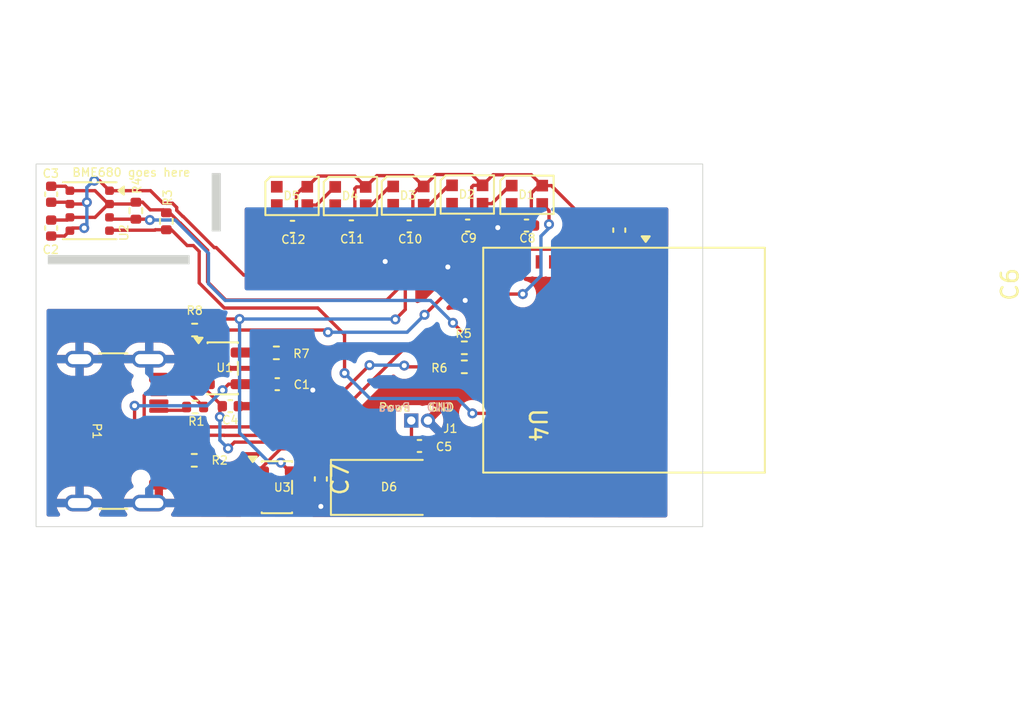
<source format=kicad_pcb>
(kicad_pcb (version 20241229) (generator "pcbnew") (generator_version "9.0")
  (layers (0 "F.Cu" signal) (2 "B.Cu" signal) (13 "F.Paste" user) (15 "B.Paste" user) (5 "F.SilkS" user "F.Silkscreen") (7 "B.SilkS" user "B.Silkscreen") (1 "F.Mask" user) (3 "B.Mask" user) (25 "Edge.Cuts" user))
  (net 0 "")
  (net 1 "/BAT+")
  (net 2 "GND")
  (net 3 "+3V3")
  (net 4 "/SCL-BME680")
  (net 5 "/SDA-BME680")
  (net 6 "/STAT")
  (net 7 "+5V")
  (net 8 "/D-")
  (net 9 "Net-(P1-D-)")
  (net 10 "/D+")
  (net 11 "Net-(P1-D+)")
  (net 12 "Net-(P1-CC)")
  (net 13 "Net-(P1-VCONN)")
  (net 14 "Net-(D1-DOUT)")
  (net 15 "/LED")
  (net 16 "Net-(D2-DOUT)")
  (net 17 "Net-(D3-DOUT)")
  (net 18 "Net-(D4-DOUT)")
  (net 20 "Net-(D6-K)")
  (net 21 "Net-(U1-PROG)")
  (net 46 "/EN")
  (footprint "Capacitor_SMD:C_0402_1005Metric" (layer "F.Cu") (at 157.6096 82.931)
    (property "Reference" "C4")
    (property "Value" "4.7u")
  )
  (footprint "Capacitor_SMD:C_0402_1005Metric" (layer "F.Cu") (at 160.429 81.6102)
    (property "Reference" "C1")
    (property "Value" "4.7u")
  )
  (footprint "Capacitor_SMD:C_0402_1005Metric" (layer "F.Cu") (at 180.9496 72.362 90)
    (property "Reference" "C6")
    (property "Value" "10u")
  )
  (footprint "Resistor_SMD:R_0402_1005Metric" (layer "F.Cu") (at 155.448 86.1822)
    (property "Reference" "R2")
    (property "Value" "5.1k")
  )
  (footprint "LED_SMD:LED_WS2812B-2020_PLCC4_2.0x2.0mm" (layer "F.Cu") (at 175.4112 70.2388)
    (property "Reference" "D1")
    (property "Value" "WS2812B-2020")
  )
  (footprint "Resistor_SMD:R_0402_1005Metric" (layer "F.Cu") (at 155.4714 78.359)
    (property "Reference" "R8")
    (property "Value" "10k")
  )
  (footprint "LED_SMD:LED_WS2812B-2020_PLCC4_2.0x2.0mm" (layer "F.Cu") (at 171.8304 70.2222)
    (property "Reference" "D2")
    (property "Value" "WS2812B-2020")
  )
  (footprint "Capacitor_SMD:C_0402_1005Metric" (layer "F.Cu") (at 171.8538 72.0852 180)
    (property "Reference" "C9")
    (property "Value" "100nf")
  )
  (footprint "Resistor_SMD:R_0402_1005Metric" (layer "F.Cu") (at 151.9428 71.1942 90)
    (property "Reference" "R4")
    (property "Value" "4.7k")
  )
  (footprint "Diode_SMD:D_SMA" (layer "F.Cu") (at 167.1574 87.8078)
    (property "Reference" "D6")
    (property "Value" "SS14")
  )
  (footprint "Connector_USB:USB_C_Receptacle_GCT_USB4105-xx-A_16P_TopMnt_Horizontal" (layer "F.Cu") (at 149.6396 84.4276 -90)
    (property "Reference" "P1")
    (property "Value" "USB_C_Plug_USB2.0")
  )
  (footprint "Resistor_SMD:R_0402_1005Metric" (layer "F.Cu") (at 153.7716 71.8292 90)
    (property "Reference" "R3")
    (property "Value" "4.7k")
  )
  (footprint "Package_TO_SOT_SMD:SOT-23-5" (layer "F.Cu") (at 160.4065 87.7976)
    (property "Reference" "U3")
    (property "Value" "AP2112K-3.3")
  )
  (footprint "Package_TO_SOT_SMD:SOT-23-5" (layer "F.Cu") (at 157.1553 80.6602)
    (property "Reference" "U1")
    (property "Value" "MCP73831-2-OT")
  )
  (footprint "Resistor_SMD:R_0402_1005Metric" (layer "F.Cu") (at 155.4988 82.9818)
    (property "Reference" "R1")
    (property "Value" "5.1k")
  )
  (footprint "RF_Module:ESP32-C6-MINI-1" (layer "F.Cu") (at 178.5355 80.1678 -90)
    (property "Reference" "U4")
    (property "Value" "ESP32-C6-MINI-1")
  )
  (footprint "Resistor_SMD:R_0402_1005Metric" (layer "F.Cu") (at 171.6532 79.4258)
    (property "Reference" "R5")
    (property "Value" "22")
  )
  (footprint "LED_SMD:LED_WS2812B-2020_PLCC4_2.0x2.0mm" (layer "F.Cu") (at 164.8194 70.315)
    (property "Reference" "D4")
    (property "Value" "WS2812B-2020")
  )
  (footprint "Capacitor_SMD:C_0402_1005Metric" (layer "F.Cu") (at 175.3844 72.0852 180)
    (property "Reference" "C8")
    (property "Value" "100nf")
  )
  (footprint "LED_SMD:LED_WS2812B-2020_PLCC4_2.0x2.0mm" (layer "F.Cu") (at 168.2992 70.2896)
    (property "Reference" "D3")
    (property "Value" "WS2812B-2020")
  )
  (footprint "Resistor_SMD:R_0402_1005Metric" (layer "F.Cu") (at 160.3736 79.7306 180)
    (property "Reference" "R7")
    (property "Value" "2.4k")
  )
  (footprint "Capacitor_SMD:C_0402_1005Metric" (layer "F.Cu") (at 168.3512 72.136 180)
    (property "Reference" "C10")
    (property "Value" "100nf")
  )
  (footprint "LED_SMD:LED_WS2812B-2020_PLCC4_2.0x2.0mm" (layer "F.Cu") (at 161.3142 70.3072)
    (property "Reference" "D5")
    (property "Value" "WS2812B-2020")
  )
  (footprint "Connector_PinHeader_1.00mm:PinHeader_2x01_P1.00mm_Vertical" (layer "F.Cu") (at 168.4688 83.7946)
    (property "Reference" "J1")
    (property "Value" "Conn_01x02_Pin")
  )
  (footprint "Package_LGA:Bosch_LGA-8_3x3mm_P0.8mm_ClockwisePinNumbering" (layer "F.Cu") (at 149.1742 71.1942 -90)
    (property "Reference" "U2")
    (property "Value" "BME680")
  )
  (footprint "Capacitor_SMD:C_0402_1005Metric" (layer "F.Cu") (at 168.9608 85.3214)
    (property "Reference" "C5")
    (property "Value" "10uf")
  )
  (footprint "Resistor_SMD:R_0402_1005Metric" (layer "F.Cu") (at 171.6532 80.5688)
    (property "Reference" "R6")
    (property "Value" "22")
  )
  (footprint "Capacitor_SMD:C_0402_1005Metric" (layer "F.Cu") (at 163.0426 87.3024 -90)
    (property "Reference" "C7")
    (property "Value" "100n")
  )
  (footprint "Capacitor_SMD:C_0402_1005Metric" (layer "F.Cu") (at 164.8714 72.136 180)
    (property "Reference" "C11")
    (property "Value" "100nf")
  )
  (footprint "Capacitor_SMD:C_0402_1005Metric" (layer "F.Cu") (at 161.3408 72.1614 180)
    (property "Reference" "C12")
    (property "Value" "100nf")
  )
  (footprint "Capacitor_SMD:C_0402_1005Metric" (layer "F.Cu") (at 146.8628 72.2376 -90)
    (property "Reference" "C2")
    (property "Value" "100nf")
  )
  (footprint "Capacitor_SMD:C_0402_1005Metric" (layer "F.Cu") (at 146.8628 70.2056 -90)
    (property "Reference" "C3")
    (property "Value" "100nf")
  )
  (gr_rect (start 156.5188 68.959) (end 157.0188 72.4134) (stroke (width 0.05)) (fill yes) (layer "Edge.Cuts"))
  (gr_rect (start 146.685 73.8866) (end 155.1432 74.3866) (stroke (width 0.05)) (fill yes) (layer "Edge.Cuts"))
  (gr_rect (start 145.9563 68.3898) (end 185.9563 90.1678) (stroke (width 0.05)) (fill no) (layer "Edge.Cuts"))
  (gr_text "BME680 goes here" (at 148.082 69.1896 0) (layer "F.SilkS") (effects (font (size 0.5 0.5) (thickness 0.08)) (justify left bottom)))
  (segment (start 168.4808 83.8066) (end 168.4688 83.7946) (width 0.2) (layer "F.Cu") (net 1))
  (segment (start 166.9702 85.3214) (end 166.8206 85.471) (width 0.2) (layer "F.Cu") (net 1))
  (segment (start 156.9842 83.0764) (end 157.1296 82.931) (width 0.2) (layer "F.Cu") (net 1))
  (segment (start 157.861 85.09) (end 157.48 85.471) (width 0.2) (layer "F.Cu") (net 1))
  (segment (start 166.8206 85.471) (end 166.4396 85.09) (width 0.2) (layer "F.Cu") (net 1))
  (segment (start 156.0178 81.8192) (end 157.1296 82.931) (width 0.2) (layer "F.Cu") (net 1))
  (segment (start 166.4396 85.09) (end 157.861 85.09) (width 0.2) (layer "F.Cu") (net 1))
  (segment (start 168.4808 85.3214) (end 166.9702 85.3214) (width 0.2) (layer "F.Cu") (net 1))
  (segment (start 156.0178 81.6102) (end 156.0178 81.8192) (width 0.2) (layer "F.Cu") (net 1))
  (segment (start 156.9842 83.5776) (end 156.9842 83.0764) (width 0.2) (layer "F.Cu") (net 1))
  (segment (start 169.1574 87.8078) (end 166.8206 85.471) (width 0.2) (layer "F.Cu") (net 1))
  (segment (start 168.4808 85.3214) (end 168.4808 83.8066) (width 0.2) (layer "F.Cu") (net 1))
  (via (at 157.48 85.471) (size 0.6) (drill 0.3) (layers "F.Cu" "B.Cu") (net 1))
  (via (at 156.9842 83.5776) (size 0.6) (drill 0.3) (layers "F.Cu" "B.Cu") (net 1))
  (segment (start 157.48 85.471) (end 156.9842 84.9752) (width 0.2) (layer "B.Cu") (net 1))
  (segment (start 156.9842 84.9752) (end 156.9842 83.5776) (width 0.2) (layer "B.Cu") (net 1))
  (segment (start 147.8781 70.6856) (end 147.9867 70.7942) (width 0.2) (layer "F.Cu") (net 2))
  (segment (start 174.9044 72.0852) (end 174.9044 71.197) (width 0.2) (layer "F.Cu") (net 2))
  (segment (start 147.9867 72.3942) (end 147.918282 72.3942) (width 0.2) (layer "F.Cu") (net 2))
  (segment (start 147.6653 72.7156) (end 147.9867 72.3942) (width 0.2) (layer "F.Cu") (net 2))
  (segment (start 154.777942 71.5372) (end 156.647421 73.406679) (width 0.2) (layer "F.Cu") (net 2))
  (segment (start 154.3926 71.1719) (end 154.7579 71.5372) (width 0.2) (layer "F.Cu") (net 2))
  (segment (start 163.9044 71.649) (end 164.3914 72.136) (width 0.2) (layer "F.Cu") (net 2))
  (segment (start 156.647421 73.406679) (end 156.763737 73.406679) (width 0.2) (layer "F.Cu") (net 2))
  (segment (start 146.7612 72.7156) (end 147.6653 72.7156) (width 0.2) (layer "F.Cu") (net 2))
  (segment (start 153.5718 70.7424) (end 153.7619 70.7424) (width 0.2) (layer "F.Cu") (net 2))
  (segment (start 160.3992 71.6998) (end 160.8608 72.1614) (width 0.2) (layer "F.Cu") (net 2))
  (segment (start 153.7677 70.7482) (end 154.14094 70.7482) (width 0.2) (layer "F.Cu") (net 2))
  (segment (start 152.8236 69.9942) (end 153.5718 70.7424) (width 0.2) (layer "F.Cu") (net 2))
  (segment (start 154.14094 70.7482) (end 154.3926 70.99986) (width 0.2) (layer "F.Cu") (net 2))
  (segment (start 147.9867 70.7942) (end 148.9009 70.7942) (width 0.2) (layer "F.Cu") (net 2))
  (segment (start 174.5355 74.2678) (end 173.6355 74.2678) (width 0.2) (layer "F.Cu") (net 2))
  (segment (start 174.9044 71.197) (end 174.4962 70.7888) (width 0.2) (layer "F.Cu") (net 2))
  (segment (start 148.844 72.2356) (end 148.1453 72.2356) (width 0.2) (layer "F.Cu") (net 2))
  (segment (start 171.3738 72.0852) (end 171.3738 71.2306) (width 0.2) (layer "F.Cu") (net 2))
  (segment (start 150.3617 69.9942) (end 152.8236 69.9942) (width 0.2) (layer "F.Cu") (net 2))
  (segment (start 149.4536 69.3942) (end 149.7617 69.3942) (width 0.2) (layer "F.Cu") (net 2))
  (segment (start 173.6355 74.2678) (end 173.5855 74.2178) (width 0.2) (layer "F.Cu") (net 2))
  (segment (start 153.7619 70.7424) (end 153.7677 70.7482) (width 0.2) (layer "F.Cu") (net 2))
  (segment (start 149.7617 69.3942) (end 150.3617 69.9942) (width 0.2) (layer "F.Cu") (net 2))
  (segment (start 173.6355 76.9678) (end 172.3956 76.9678) (width 0.2) (layer "F.Cu") (net 2))
  (segment (start 156.763737 73.406679) (end 158.414058 75.057) (width 0.2) (layer "F.Cu") (net 2))
  (segment (start 172.3956 76.9678) (end 172.3898 76.962) (width 0.2) (layer "F.Cu") (net 2))
  (segment (start 148.9009 70.7942) (end 149.0027 70.6924) (width 0.2) (layer "F.Cu") (net 2))
  (segment (start 154.5844 81.5574) (end 154.5844 81.026) (width 0.2) (layer "F.Cu") (net 2))
  (segment (start 163.9044 70.865) (end 163.9044 71.649) (width 0.2) (layer "F.Cu") (net 2))
  (segment (start 156.0088 82.9818) (end 154.5844 81.5574) (width 0.2) (layer "F.Cu") (net 2))
  (segment (start 167.8712 72.136) (end 167.8712 71.3266) (width 0.2) (layer "F.Cu") (net 2))
  (segment (start 154.7579 71.5372) (end 154.777942 71.5372) (width 0.2) (layer "F.Cu") (net 2))
  (segment (start 148.1453 72.2356) (end 147.9867 72.3942) (width 0.2) (layer "F.Cu") (net 2))
  (segment (start 160.3992 70.8572) (end 160.3992 71.6998) (width 0.2) (layer "F.Cu") (net 2))
  (segment (start 167.8712 71.3266) (end 167.3842 70.8396) (width 0.2) (layer "F.Cu") (net 2))
  (segment (start 171.3738 71.2306) (end 170.9154 70.7722) (width 0.2) (layer "F.Cu") (net 2))
  (segment (start 154.3926 70.99986) (end 154.3926 71.1719) (width 0.2) (layer "F.Cu") (net 2))
  (segment (start 158.414058 75.057) (end 158.6992 75.057) (width 0.2) (layer "F.Cu") (net 2))
  (segment (start 146.7612 70.6856) (end 147.8781 70.6856) (width 0.2) (layer "F.Cu") (net 2))
  (via (at 149.0027 70.6924) (size 0.6) (drill 0.3) (layers "F.Cu" "B.Cu") (net 2))
  (via (at 171.704 76.581) (size 0.6) (drill 0.3) (layers "F.Cu" "B.Cu") (net 2))
  (via (at 170.6626 74.5744) (size 0.6) (drill 0.3) (layers "F.Cu" "B.Cu") (net 2))
  (via (at 148.844 72.2356) (size 0.6) (drill 0.3) (layers "F.Cu" "B.Cu") (net 2))
  (via (at 162.56 81.9658) (size 0.6) (drill 0.3) (layers "F.Cu" "B.Cu") (net 2))
  (via (at 173.6598 72.2122) (size 0.6) (drill 0.3) (layers "F.Cu" "B.Cu") (net 2))
  (via (at 166.9034 74.2442) (size 0.6) (drill 0.3) (layers "F.Cu" "B.Cu") (net 2))
  (via (at 163.0426 88.9508) (size 0.6) (drill 0.3) (layers "F.Cu" "B.Cu") (net 2))
  (via (at 149.4536 69.3942) (size 0.6) (drill 0.3) (layers "F.Cu" "B.Cu") (net 2))
  (segment (start 149.0027 72.0769) (end 148.844 72.2356) (width 0.2) (layer "B.Cu") (net 2))
  (segment (start 149.0027 70.6924) (end 149.16081 70.6924) (width 0.2) (layer "B.Cu") (net 2))
  (segment (start 149.225 69.5686) (end 149.3994 69.3942) (width 0.2) (layer "B.Cu") (net 2))
  (segment (start 149.0027 69.7909) (end 149.225 69.5686) (width 0.2) (layer "B.Cu") (net 2))
  (segment (start 149.0027 70.6924) (end 149.0027 69.7909) (width 0.2) (layer "B.Cu") (net 2))
  (segment (start 149.3994 69.3942) (end 149.4536 69.3942) (width 0.2) (layer "B.Cu") (net 2))
  (segment (start 149.0027 70.6924) (end 149.0027 72.0769) (width 0.2) (layer "B.Cu") (net 2))
  (segment (start 180.1097 72.842) (end 180.9496 72.842) (width 0.2) (layer "F.Cu") (net 3))
  (segment (start 154.9614 78.359) (end 155.6218 77.6986) (width 0.2) (layer "F.Cu") (net 3))
  (segment (start 168.1099 75.4507) (end 170.053 73.5076) (width 0.2) (layer "F.Cu") (net 3))
  (segment (start 162.2292 69.7572) (end 162.0272 69.7572) (width 0.2) (layer "F.Cu") (net 3))
  (segment (start 168.5632 69.0886) (end 169.2142 69.7396) (width 0.2) (layer "F.Cu") (net 3))
  (segment (start 172.0944 69.0212) (end 172.7454 69.6722) (width 0.2) (layer "F.Cu") (net 3))
  (segment (start 178.562 73.5076) (end 179.4764 72.5932) (width 0.2) (layer "F.Cu") (net 3))
  (segment (start 176.1242 69.6888) (end 176.3262 69.6888) (width 0.2) (layer "F.Cu") (net 3))
  (segment (start 168.5632 70.1886) (end 169.0122 69.7396) (width 0.2) (layer "F.Cu") (net 3))
  (segment (start 170.053 73.5076) (end 178.562 73.5076) (width 0.2) (layer "F.Cu") (net 3))
  (segment (start 172.3338 72.0852) (end 172.0944 71.8458) (width 0.2) (layer "F.Cu") (net 3))
  (segment (start 151.9428 70.6842) (end 152.3452 70.6842) (width 0.2) (layer "F.Cu") (net 3))
  (segment (start 147.8253 71.7556) (end 147.9867 71.5942) (width 0.2) (layer "F.Cu") (net 3))
  (segment (start 163.0174 86.8476) (end 163.0426 86.8224) (width 0.2) (layer "F.Cu") (net 3))
  (segment (start 176.3262 69.6888) (end 176.8768 69.6888) (width 0.2) (layer "F.Cu") (net 3))
  (segment (start 168.5632 71.868) (end 168.5632 70.1886) (width 0.2) (layer "F.Cu") (net 3))
  (segment (start 161.5782 70.2062) (end 161.5782 71.9188) (width 0.2) (layer "F.Cu") (net 3))
  (segment (start 155.6218 77.6986) (end 158.1658 77.6986) (width 0.2) (layer "F.Cu") (net 3))
  (segment (start 175.6752 70.1378) (end 176.1242 69.6888) (width 0.2) (layer "F.Cu") (net 3))
  (segment (start 176.8768 69.6888) (end 179.7812 72.5932) (width 0.2) (layer "F.Cu") (net 3))
  (segment (start 147.7181 69.7256) (end 147.9867 69.9942) (width 0.2) (layer "F.Cu") (net 3))
  (segment (start 147.9867 71.5942) (end 149.493282 71.5942) (width 0.2) (layer "F.Cu") (net 3))
  (segment (start 165.3514 72.136) (end 165.0834 71.868) (width 0.2) (layer "F.Cu") (net 3))
  (segment (start 175.8644 72.0852) (end 175.6752 71.896) (width 0.2) (layer "F.Cu") (net 3))
  (segment (start 168.8312 72.136) (end 168.5632 71.868) (width 0.2) (layer "F.Cu") (net 3))
  (segment (start 173.3798 69.0378) (end 175.6752 69.0378) (width 0.2) (layer "F.Cu") (net 3))
  (segment (start 152.3452 70.6842) (end 152.8044 71.1434) (width 0.2) (layer "F.Cu") (net 3))
  (segment (start 165.1844 69.765) (end 165.7344 69.765) (width 0.2) (layer "F.Cu") (net 3))
  (segment (start 157.3359 76.5556) (end 156.246421 75.466121) (width 0.2) (layer "F.Cu") (net 3))
  (segment (start 172.7454 69.6722) (end 173.3798 69.0378) (width 0.2) (layer "F.Cu") (net 3))
  (segment (start 154.5918 71.9382) (end 154.611842 71.9382) (width 0.2) (layer "F.Cu") (net 3))
  (segment (start 165.7344 69.765) (end 166.4108 69.0886) (width 0.2) (layer "F.Cu") (net 3))
  (segment (start 169.2142 69.7396) (end 169.9326 69.0212) (width 0.2) (layer "F.Cu") (net 3))
  (segment (start 180.9355 74.2678) (end 180.9355 72.8561) (width 0.2) (layer "F.Cu") (net 3))
  (segment (start 156.246421 75.466121) (end 156.246421 73.572779) (width 0.2) (layer "F.Cu") (net 3))
  (segment (start 161.543 86.8466) (end 161.544 86.8476) (width 0.2) (layer "F.Cu") (net 3))
  (segment (start 161.5782 71.9188) (end 161.8208 72.1614) (width 0.2) (layer "F.Cu") (net 3))
  (segment (start 165.0834 69.114) (end 165.7344 69.765) (width 0.2) (layer "F.Cu") (net 3))
  (segment (start 179.8609 72.5932) (end 180.1097 72.842) (width 0.2) (layer "F.Cu") (net 3))
  (segment (start 169.0122 69.7396) (end 169.2142 69.7396) (width 0.2) (layer "F.Cu") (net 3))
  (segment (start 162.2292 69.7572) (end 162.8724 69.114) (width 0.2) (layer "F.Cu") (net 3))
  (segment (start 149.493282 71.5942) (end 150.293282 70.7942) (width 0.2) (layer "F.Cu") (net 3))
  (segment (start 172.0944 71.8458) (end 172.0944 69.7732) (width 0.2) (layer "F.Cu") (net 3))
  (segment (start 152.8044 71.1434) (end 153.5958 71.1434) (width 0.2) (layer "F.Cu") (net 3))
  (segment (start 146.7612 71.7556) (end 147.8253 71.7556) (width 0.2) (layer "F.Cu") (net 3))
  (segment (start 161.544 86.8476) (end 163.0174 86.8476) (width 0.2) (layer "F.Cu") (net 3))
  (segment (start 179.4764 72.5932) (end 179.7812 72.5932) (width 0.2) (layer "F.Cu") (net 3))
  (segment (start 153.5958 71.1434) (end 153.7716 71.3192) (width 0.2) (layer "F.Cu") (net 3))
  (segment (start 154.611842 71.9382) (end 156.246421 73.572779) (width 0.2) (layer "F.Cu") (net 3))
  (segment (start 168.1099 77.1271) (end 168.1099 75.4507) (width 0.2) (layer "F.Cu") (net 3))
  (segment (start 162.8724 69.114) (end 165.0834 69.114) (width 0.2) (layer "F.Cu") (net 3))
  (segment (start 150.293282 70.7942) (end 150.3617 70.7942) (width 0.2) (layer "F.Cu") (net 3))
  (segment (start 165.0834 69.866) (end 165.1844 69.765) (width 0.2) (layer "F.Cu") (net 3))
  (segment (start 167.005 76.5556) (end 157.3359 76.5556) (width 0.2) (layer "F.Cu") (net 3))
  (segment (start 153.9728 71.3192) (end 154.5918 71.9382) (width 0.2) (layer "F.Cu") (net 3))
  (segment (start 179.7812 72.5932) (end 179.8609 72.5932) (width 0.2) (layer "F.Cu") (net 3))
  (segment (start 180.9355 72.8561) (end 180.9496 72.842) (width 0.2) (layer "F.Cu") (net 3))
  (segment (start 169.9326 69.0212) (end 172.0944 69.0212) (width 0.2) (layer "F.Cu") (net 3))
  (segment (start 167.513 77.724) (end 168.1099 77.1271) (width 0.2) (layer "F.Cu") (net 3))
  (segment (start 172.1954 69.6722) (end 172.7454 69.6722) (width 0.2) (layer "F.Cu") (net 3))
  (segment (start 175.6752 71.896) (end 175.6752 70.1378) (width 0.2) (layer "F.Cu") (net 3))
  (segment (start 150.3617 70.7942) (end 151.8328 70.7942) (width 0.2) (layer "F.Cu") (net 3))
  (segment (start 149.493282 69.9942) (end 150.293282 70.7942) (width 0.2) (layer "F.Cu") (net 3))
  (segment (start 160.642765 86.322365) (end 161.167 86.8466) (width 0.2) (layer "F.Cu") (net 3))
  (segment (start 162.0272 69.7572) (end 161.5782 70.2062) (width 0.2) (layer "F.Cu") (net 3))
  (segment (start 161.167 86.8466) (end 161.543 86.8466) (width 0.2) (layer "F.Cu") (net 3))
  (segment (start 147.9867 69.9942) (end 149.493282 69.9942) (width 0.2) (layer "F.Cu") (net 3))
  (segment (start 172.0944 69.7732) (end 172.1954 69.6722) (width 0.2) (layer "F.Cu") (net 3))
  (segment (start 165.0834 71.868) (end 165.0834 69.866) (width 0.2) (layer "F.Cu") (net 3))
  (segment (start 146.7612 69.7256) (end 147.7181 69.7256) (width 0.2) (layer "F.Cu") (net 3))
  (segment (start 166.4108 69.0886) (end 168.5632 69.0886) (width 0.2) (layer "F.Cu") (net 3))
  (segment (start 151.8328 70.7942) (end 151.9428 70.6842) (width 0.2) (layer "F.Cu") (net 3))
  (segment (start 168.1099 75.4507) (end 167.005 76.5556) (width 0.2) (layer "F.Cu") (net 3))
  (segment (start 175.6752 69.0378) (end 176.3262 69.6888) (width 0.2) (layer "F.Cu") (net 3))
  (segment (start 153.7716 71.3192) (end 153.9728 71.3192) (width 0.2) (layer "F.Cu") (net 3))
  (via (at 160.642765 86.322365) (size 0.6) (drill 0.3) (layers "F.Cu" "B.Cu") (net 3))
  (via (at 167.513 77.724) (size 0.6) (drill 0.3) (layers "F.Cu" "B.Cu") (net 3))
  (via (at 158.1658 77.6986) (size 0.6) (drill 0.3) (layers "F.Cu" "B.Cu") (net 3))
  (segment (start 160.642765 86.322365) (end 159.952965 86.322365) (width 0.2) (layer "B.Cu") (net 3))
  (segment (start 159.952965 86.322365) (end 158.1658 84.5352) (width 0.2) (layer "B.Cu") (net 3))
  (segment (start 158.1658 84.5352) (end 158.1658 77.6986) (width 0.2) (layer "B.Cu") (net 3))
  (segment (start 158.1658 77.6986) (end 167.4876 77.6986) (width 0.2) (layer "B.Cu") (net 3))
  (segment (start 167.4876 77.6986) (end 167.513 77.724) (width 0.2) (layer "B.Cu") (net 3))
  (segment (start 164.465 78.6384) (end 164.465 80.9498) (width 0.2) (layer "F.Cu") (net 4))
  (segment (start 155.0228 73.2856) (end 155.392142 73.2856) (width 0.2) (layer "F.Cu") (net 4))
  (segment (start 153.0858 72.3646) (end 150.3913 72.3646) (width 0.2) (layer "F.Cu") (net 4))
  (segment (start 150.3913 72.3646) (end 150.3617 72.3942) (width 0.2) (layer "F.Cu") (net 4))
  (segment (start 153.1112 72.3392) (end 153.7716 72.3392) (width 0.2) (layer "F.Cu") (net 4))
  (segment (start 157.2514 77.0382) (end 162.8648 77.0382) (width 0.2) (layer "F.Cu") (net 4))
  (segment (start 162.8648 77.0382) (end 164.465 78.6384) (width 0.2) (layer "F.Cu") (net 4))
  (segment (start 172.1358 83.3628) (end 173.6305 83.3628) (width 0.2) (layer "F.Cu") (net 4))
  (segment (start 155.7442 73.637658) (end 155.7442 75.531) (width 0.2) (layer "F.Cu") (net 4))
  (segment (start 154.0764 72.3392) (end 155.0228 73.2856) (width 0.2) (layer "F.Cu") (net 4))
  (segment (start 155.7442 75.531) (end 157.2514 77.0382) (width 0.2) (layer "F.Cu") (net 4))
  (segment (start 155.392142 73.2856) (end 155.7442 73.637658) (width 0.2) (layer "F.Cu") (net 4))
  (segment (start 173.6305 83.3628) (end 173.6355 83.3678) (width 0.2) (layer "F.Cu") (net 4))
  (segment (start 153.7716 72.3392) (end 154.0764 72.3392) (width 0.2) (layer "F.Cu") (net 4))
  (segment (start 153.0858 72.3646) (end 153.1112 72.3392) (width 0.2) (layer "F.Cu") (net 4))
  (via (at 172.1358 83.3628) (size 0.6) (drill 0.3) (layers "F.Cu" "B.Cu") (net 4))
  (via (at 164.465 80.9498) (size 0.6) (drill 0.3) (layers "F.Cu" "B.Cu") (net 4))
  (segment (start 164.465 80.9498) (end 165.989 82.4738) (width 0.2) (layer "B.Cu") (net 4))
  (segment (start 165.989 82.4738) (end 171.2468 82.4738) (width 0.2) (layer "B.Cu") (net 4))
  (segment (start 171.2468 82.4738) (end 172.1358 83.3628) (width 0.2) (layer "B.Cu") (net 4))
  (segment (start 150.4717 71.7042) (end 150.3617 71.5942) (width 0.2) (layer "F.Cu") (net 5))
  (segment (start 151.9428 71.7042) (end 150.4717 71.7042) (width 0.2) (layer "F.Cu") (net 5))
  (segment (start 151.9428 71.7042) (end 152.7322 71.7042) (width 0.2) (layer "F.Cu") (net 5))
  (segment (start 170.9674 77.9272) (end 171.608 78.5678) (width 0.2) (layer "F.Cu") (net 5))
  (segment (start 152.7322 71.7042) (end 152.781 71.753) (width 0.2) (layer "F.Cu") (net 5))
  (segment (start 171.608 78.5678) (end 173.6355 78.5678) (width 0.2) (layer "F.Cu") (net 5))
  (via (at 170.9674 77.9272) (size 0.6) (drill 0.3) (layers "F.Cu" "B.Cu") (net 5))
  (via (at 152.781 71.753) (size 0.6) (drill 0.3) (layers "F.Cu" "B.Cu") (net 5))
  (segment (start 156.2999 75.5787) (end 156.2999 73.7479) (width 0.2) (layer "B.Cu") (net 5))
  (segment (start 170.9674 77.9272) (end 169.6212 76.581) (width 0.2) (layer "B.Cu") (net 5))
  (segment (start 156.2999 73.7479) (end 154.305 71.753) (width 0.2) (layer "B.Cu") (net 5))
  (segment (start 154.305 71.753) (end 152.781 71.753) (width 0.2) (layer "B.Cu") (net 5))
  (segment (start 169.6212 76.581) (end 157.3022 76.581) (width 0.2) (layer "B.Cu") (net 5))
  (segment (start 157.3022 76.581) (end 156.2999 75.5787) (width 0.2) (layer "B.Cu") (net 5))
  (segment (start 163.33707 78.359) (end 163.469235 78.491165) (width 0.2) (layer "F.Cu") (net 6))
  (segment (start 155.9814 79.6738) (end 156.0178 79.7102) (width 0.2) (layer "F.Cu") (net 6))
  (segment (start 155.9814 78.359) (end 155.9814 79.6738) (width 0.2) (layer "F.Cu") (net 6))
  (segment (start 171.3424 75.3678) (end 173.6355 75.3678) (width 0.2) (layer "F.Cu") (net 6))
  (segment (start 169.2656 77.4446) (end 171.3424 75.3678) (width 0.2) (layer "F.Cu") (net 6))
  (segment (start 155.9814 78.359) (end 163.33707 78.359) (width 0.2) (layer "F.Cu") (net 6))
  (via (at 163.469235 78.491165) (size 0.6) (drill 0.3) (layers "F.Cu" "B.Cu") (net 6))
  (via (at 169.2656 77.4446) (size 0.6) (drill 0.3) (layers "F.Cu" "B.Cu") (net 6))
  (segment (start 168.219035 78.491165) (end 169.2656 77.4446) (width 0.2) (layer "B.Cu") (net 6))
  (segment (start 163.469235 78.491165) (end 168.219035 78.491165) (width 0.2) (layer "B.Cu") (net 6))
  (segment (start 158.2928 81.6102) (end 157.511119 81.6102) (width 0.2) (layer "F.Cu") (net 7))
  (segment (start 152.4436 86.429) (end 152.4436 84.4296) (width 0.2) (layer "F.Cu") (net 7))
  (segment (start 152.4436 84.4296) (end 152.4436 82.294608) (width 0.2) (layer "F.Cu") (net 7))
  (segment (start 151.8666 82.9056) (end 151.8666 83.8526) (width 0.2) (layer "F.Cu") (net 7))
  (segment (start 152.8422 86.8276) (end 152.4436 86.429) (width 0.2) (layer "F.Cu") (net 7))
  (segment (start 151.8666 83.8526) (end 152.4436 84.4296) (width 0.2) (layer "F.Cu") (net 7))
  (segment (start 152.710608 82.0276) (end 153.3196 82.0276) (width 0.2) (layer "F.Cu") (net 7))
  (segment (start 153.3196 86.8276) (end 152.8422 86.8276) (width 0.2) (layer "F.Cu") (net 7))
  (segment (start 157.511119 81.6102) (end 157.146662 81.974657) (width 0.2) (layer "F.Cu") (net 7))
  (segment (start 158.2928 81.6102) (end 159.949 81.6102) (width 0.2) (layer "F.Cu") (net 7))
  (segment (start 152.4436 82.294608) (end 152.710608 82.0276) (width 0.2) (layer "F.Cu") (net 7))
  (via (at 157.146662 81.974657) (size 0.6) (drill 0.3) (layers "F.Cu" "B.Cu") (net 7))
  (via (at 151.8666 82.9056) (size 0.6) (drill 0.3) (layers "F.Cu" "B.Cu") (net 7))
  (segment (start 157.146662 81.974657) (end 156.215719 82.9056) (width 0.2) (layer "B.Cu") (net 7))
  (segment (start 156.215719 82.9056) (end 151.8666 82.9056) (width 0.2) (layer "B.Cu") (net 7))
  (segment (start 173.5775 79.4258) (end 173.6355 79.3678) (width 0.2) (layer "F.Cu") (net 8))
  (segment (start 172.1632 79.4258) (end 173.5775 79.4258) (width 0.2) (layer "F.Cu") (net 8))
  (segment (start 157.2454 84.6776) (end 157.2514 84.6836) (width 0.2) (layer "F.Cu") (net 9))
  (segment (start 153.3196 84.6776) (end 157.2454 84.6776) (width 0.2) (layer "F.Cu") (net 9))
  (segment (start 168.0972 79.4258) (end 162.8394 84.6836) (width 0.2) (layer "F.Cu") (net 9))
  (segment (start 162.8394 84.6836) (end 157.2514 84.6836) (width 0.2) (layer "F.Cu") (net 9))
  (segment (start 171.1432 79.4258) (end 168.0972 79.4258) (width 0.2) (layer "F.Cu") (net 9))
  (segment (start 172.5642 80.1678) (end 173.6355 80.1678) (width 0.2) (layer "F.Cu") (net 10))
  (segment (start 172.1632 80.5688) (end 172.5642 80.1678) (width 0.2) (layer "F.Cu") (net 10))
  (segment (start 168.1226 80.5688) (end 171.1432 80.5688) (width 0.2) (layer "F.Cu") (net 11))
  (segment (start 162.2552 84.1756) (end 165.9636 80.4672) (width 0.2) (layer "F.Cu") (net 11))
  (segment (start 157.3022 84.1756) (end 162.2552 84.1756) (width 0.2) (layer "F.Cu") (net 11))
  (segment (start 157.3002 84.1776) (end 157.3022 84.1756) (width 0.2) (layer "F.Cu") (net 11))
  (segment (start 168.0464 80.4926) (end 168.1226 80.5688) (width 0.2) (layer "F.Cu") (net 11))
  (segment (start 153.3196 84.1776) (end 157.3002 84.1776) (width 0.2) (layer "F.Cu") (net 11))
  (via (at 165.9636 80.4672) (size 0.6) (drill 0.3) (layers "F.Cu" "B.Cu") (net 11))
  (via (at 168.0464 80.4926) (size 0.6) (drill 0.3) (layers "F.Cu" "B.Cu") (net 11))
  (segment (start 168.021 80.4672) (end 168.0464 80.4926) (width 0.2) (layer "B.Cu") (net 11))
  (segment (start 165.9636 80.4672) (end 168.021 80.4672) (width 0.2) (layer "B.Cu") (net 11))
  (segment (start 154.9888 82.9818) (end 154.793 83.1776) (width 0.2) (layer "F.Cu") (net 12))
  (segment (start 154.793 83.1776) (end 153.3196 83.1776) (width 0.2) (layer "F.Cu") (net 12))
  (segment (start 154.938 86.1822) (end 153.3242 86.1822) (width 0.2) (layer "F.Cu") (net 13))
  (segment (start 153.3242 86.1822) (end 153.3196 86.1776) (width 0.2) (layer "F.Cu") (net 13))
  (segment (start 172.7454 70.7722) (end 173.2954 70.7722) (width 0.2) (layer "F.Cu") (net 14))
  (segment (start 173.2954 70.7722) (end 174.3788 69.6888) (width 0.2) (layer "F.Cu") (net 14))
  (segment (start 174.3788 69.6888) (end 174.4962 69.6888) (width 0.2) (layer "F.Cu") (net 14))
  (segment (start 176.7332 72.009) (end 176.7332 71.1958) (width 0.2) (layer "F.Cu") (net 15))
  (segment (start 176.7332 71.1958) (end 176.3262 70.7888) (width 0.2) (layer "F.Cu") (net 15))
  (segment (start 173.6677 76.2) (end 173.6355 76.1678) (width 0.2) (layer "F.Cu") (net 15))
  (segment (start 175.1584 76.2) (end 173.6677 76.2) (width 0.2) (layer "F.Cu") (net 15))
  (via (at 175.1584 76.2) (size 0.6) (drill 0.3) (layers "F.Cu" "B.Cu") (net 15))
  (via (at 176.7332 72.009) (size 0.6) (drill 0.3) (layers "F.Cu" "B.Cu") (net 15))
  (segment (start 176.2506 75.1078) (end 175.1584 76.2) (width 0.2) (layer "B.Cu") (net 15))
  (segment (start 176.7332 72.2376) (end 176.2506 72.7202) (width 0.2) (layer "B.Cu") (net 15))
  (segment (start 176.2506 72.7202) (end 176.2506 75.1078) (width 0.2) (layer "B.Cu") (net 15))
  (segment (start 176.7332 72.009) (end 176.7332 72.2376) (width 0.2) (layer "B.Cu") (net 15))
  (segment (start 170.7134 69.6722) (end 170.9154 69.6722) (width 0.2) (layer "F.Cu") (net 16))
  (segment (start 169.546 70.8396) (end 170.7134 69.6722) (width 0.2) (layer "F.Cu") (net 16))
  (segment (start 169.2142 70.8396) (end 169.546 70.8396) (width 0.2) (layer "F.Cu") (net 16))
  (segment (start 167.1822 69.7396) (end 167.3842 69.7396) (width 0.2) (layer "F.Cu") (net 17))
  (segment (start 165.7344 70.865) (end 166.0568 70.865) (width 0.2) (layer "F.Cu") (net 17))
  (segment (start 166.0568 70.865) (end 167.1822 69.7396) (width 0.2) (layer "F.Cu") (net 17))
  (segment (start 162.7804 70.8572) (end 163.8726 69.765) (width 0.2) (layer "F.Cu") (net 18))
  (segment (start 163.8726 69.765) (end 163.9044 69.765) (width 0.2) (layer "F.Cu") (net 18))
  (segment (start 162.2292 70.8572) (end 162.7804 70.8572) (width 0.2) (layer "F.Cu") (net 18))
  (segment (start 160.2325 88.446599) (end 159.931499 88.7476) (width 0.2) (layer "F.Cu") (net 20))
  (segment (start 160.6256 85.491) (end 163.8246 85.491) (width 0.2) (layer "F.Cu") (net 20))
  (segment (start 159.623468 86.8476) (end 160.2325 87.456632) (width 0.2) (layer "F.Cu") (net 20))
  (segment (start 163.8246 85.491) (end 165.1574 86.8238) (width 0.2) (layer "F.Cu") (net 20))
  (segment (start 159.931499 88.7476) (end 159.269 88.7476) (width 0.2) (layer "F.Cu") (net 20))
  (segment (start 159.269 86.8476) (end 160.6256 85.491) (width 0.2) (layer "F.Cu") (net 20))
  (segment (start 165.1574 86.8238) (end 165.1574 87.8078) (width 0.2) (layer "F.Cu") (net 20))
  (segment (start 159.269 86.8476) (end 159.623468 86.8476) (width 0.2) (layer "F.Cu") (net 20))
  (segment (start 160.2325 87.456632) (end 160.2325 88.446599) (width 0.2) (layer "F.Cu") (net 20))
  (segment (start 158.3132 79.7306) (end 158.2928 79.7102) (width 0.2) (layer "F.Cu") (net 21))
  (segment (start 159.8636 79.7306) (end 158.3132 79.7306) (width 0.2) (layer "F.Cu") (net 21))
  (zone (net 2) (net_name "GND") (layers "F.Cu" "B.Cu") (connect_pads (clearance 0.5)) (min_thickness 0.25) (fill yes (thermal_gap 0.5) (thermal_bridge_width 0.5))
    (polygon (pts (xy 183.896 70.993) (xy 183.8355 89.6112) (xy 146.5834 89.5604) (xy 146.5834 77.089) (xy 158.4706 77.089) (xy 158.4706 70.993)))
  )
)
</source>
